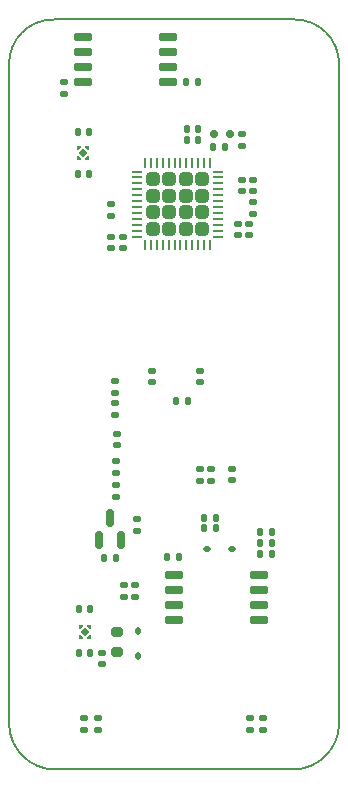
<source format=gbr>
%TF.GenerationSoftware,KiCad,Pcbnew,9.0.2*%
%TF.CreationDate,2025-05-14T22:05:17+05:30*%
%TF.ProjectId,pico2-ice,7069636f-322d-4696-9365-2e6b69636164,REV2*%
%TF.SameCoordinates,Original*%
%TF.FileFunction,Paste,Bot*%
%TF.FilePolarity,Positive*%
%FSLAX46Y46*%
G04 Gerber Fmt 4.6, Leading zero omitted, Abs format (unit mm)*
G04 Created by KiCad (PCBNEW 9.0.2) date 2025-05-14 22:05:17*
%MOMM*%
%LPD*%
G01*
G04 APERTURE LIST*
G04 Aperture macros list*
%AMRoundRect*
0 Rectangle with rounded corners*
0 $1 Rounding radius*
0 $2 $3 $4 $5 $6 $7 $8 $9 X,Y pos of 4 corners*
0 Add a 4 corners polygon primitive as box body*
4,1,4,$2,$3,$4,$5,$6,$7,$8,$9,$2,$3,0*
0 Add four circle primitives for the rounded corners*
1,1,$1+$1,$2,$3*
1,1,$1+$1,$4,$5*
1,1,$1+$1,$6,$7*
1,1,$1+$1,$8,$9*
0 Add four rect primitives between the rounded corners*
20,1,$1+$1,$2,$3,$4,$5,0*
20,1,$1+$1,$4,$5,$6,$7,0*
20,1,$1+$1,$6,$7,$8,$9,0*
20,1,$1+$1,$8,$9,$2,$3,0*%
%AMRotRect*
0 Rectangle, with rotation*
0 The origin of the aperture is its center*
0 $1 length*
0 $2 width*
0 $3 Rotation angle, in degrees counterclockwise*
0 Add horizontal line*
21,1,$1,$2,0,0,$3*%
%AMFreePoly0*
4,1,6,0.130000,-0.115000,-0.020000,-0.275000,-0.130000,-0.275000,-0.130000,0.115000,0.130000,0.115000,0.130000,-0.115000,0.130000,-0.115000,$1*%
%AMFreePoly1*
4,1,6,0.130000,-0.275000,0.020000,-0.275000,-0.130000,-0.115000,-0.130000,0.115000,0.130000,0.115000,0.130000,-0.275000,0.130000,-0.275000,$1*%
G04 Aperture macros list end*
%ADD10RoundRect,0.140000X0.140000X0.170000X-0.140000X0.170000X-0.140000X-0.170000X0.140000X-0.170000X0*%
%ADD11RoundRect,0.135000X0.135000X0.185000X-0.135000X0.185000X-0.135000X-0.185000X0.135000X-0.185000X0*%
%ADD12RoundRect,0.140000X0.170000X-0.140000X0.170000X0.140000X-0.170000X0.140000X-0.170000X-0.140000X0*%
%ADD13RoundRect,0.200000X0.275000X-0.200000X0.275000X0.200000X-0.275000X0.200000X-0.275000X-0.200000X0*%
%ADD14RoundRect,0.140000X-0.170000X0.140000X-0.170000X-0.140000X0.170000X-0.140000X0.170000X0.140000X0*%
%ADD15RoundRect,0.140000X-0.140000X-0.170000X0.140000X-0.170000X0.140000X0.170000X-0.140000X0.170000X0*%
%ADD16RoundRect,0.135000X-0.135000X-0.185000X0.135000X-0.185000X0.135000X0.185000X-0.135000X0.185000X0*%
%ADD17RoundRect,0.150000X-0.650000X-0.150000X0.650000X-0.150000X0.650000X0.150000X-0.650000X0.150000X0*%
%ADD18RoundRect,0.135000X0.185000X-0.135000X0.185000X0.135000X-0.185000X0.135000X-0.185000X-0.135000X0*%
%ADD19RoundRect,0.135000X-0.185000X0.135000X-0.185000X-0.135000X0.185000X-0.135000X0.185000X0.135000X0*%
%ADD20RoundRect,0.150000X0.650000X0.150000X-0.650000X0.150000X-0.650000X-0.150000X0.650000X-0.150000X0*%
%ADD21RoundRect,0.112500X-0.112500X0.187500X-0.112500X-0.187500X0.112500X-0.187500X0.112500X0.187500X0*%
%ADD22RoundRect,0.150000X0.150000X-0.587500X0.150000X0.587500X-0.150000X0.587500X-0.150000X-0.587500X0*%
%ADD23RoundRect,0.112500X0.187500X0.112500X-0.187500X0.112500X-0.187500X-0.112500X0.187500X-0.112500X0*%
%ADD24RoundRect,0.150000X0.150000X0.200000X-0.150000X0.200000X-0.150000X-0.200000X0.150000X-0.200000X0*%
%ADD25RoundRect,0.250000X-0.315000X-0.315000X0.315000X-0.315000X0.315000X0.315000X-0.315000X0.315000X0*%
%ADD26RoundRect,0.062500X-0.375000X-0.062500X0.375000X-0.062500X0.375000X0.062500X-0.375000X0.062500X0*%
%ADD27RoundRect,0.062500X-0.062500X-0.375000X0.062500X-0.375000X0.062500X0.375000X-0.062500X0.375000X0*%
%ADD28FreePoly0,180.000000*%
%ADD29FreePoly1,180.000000*%
%ADD30FreePoly0,0.000000*%
%ADD31FreePoly1,0.000000*%
%ADD32RotRect,0.520000X0.520000X315.000000*%
%ADD33RotRect,0.520000X0.520000X135.000000*%
%TA.AperFunction,Profile*%
%ADD34C,0.127000*%
%TD*%
G04 APERTURE END LIST*
D10*
X65285718Y-124722071D03*
X64325718Y-124722071D03*
D11*
X80708118Y-114485871D03*
X79688118Y-114485871D03*
D12*
X70520718Y-101834071D03*
X70520718Y-100874071D03*
D13*
X67599718Y-124658071D03*
X67599718Y-123008071D03*
D14*
X68031518Y-89545671D03*
X68031518Y-90505671D03*
D15*
X73444318Y-76411271D03*
X74404318Y-76411271D03*
D16*
X74963718Y-114206471D03*
X75983718Y-114206471D03*
D14*
X67066318Y-89545671D03*
X67066318Y-90505671D03*
X67523518Y-106208071D03*
X67523518Y-107168071D03*
X78775718Y-88428071D03*
X78775718Y-89388071D03*
D15*
X66484718Y-116695671D03*
X67444718Y-116695671D03*
X64269718Y-80676071D03*
X65229718Y-80676071D03*
D14*
X77835918Y-88428071D03*
X77835918Y-89388071D03*
X66329718Y-124750071D03*
X66329718Y-125710071D03*
D15*
X64325718Y-121039071D03*
X65285718Y-121039071D03*
D17*
X64710918Y-76411271D03*
X64710918Y-75141271D03*
X64710918Y-73871271D03*
X64710918Y-72601271D03*
X71910918Y-72601271D03*
X71910918Y-73871271D03*
X71910918Y-75141271D03*
X71910918Y-76411271D03*
D18*
X74559318Y-110195271D03*
X74559318Y-109175271D03*
D19*
X64805718Y-130282671D03*
X64805718Y-131302671D03*
D18*
X75524518Y-110195271D03*
X75524518Y-109175271D03*
D16*
X79688118Y-115451071D03*
X80708118Y-115451071D03*
D18*
X69123718Y-119997671D03*
X69123718Y-118977671D03*
D10*
X74421647Y-80388753D03*
X73461647Y-80388753D03*
D19*
X67472718Y-110498071D03*
X67472718Y-111518071D03*
D20*
X79581718Y-118118071D03*
X79581718Y-119388071D03*
X79581718Y-120658071D03*
X79581718Y-121928071D03*
X72381718Y-121928071D03*
X72381718Y-120658071D03*
X72381718Y-119388071D03*
X72381718Y-118118071D03*
D11*
X75983718Y-113292071D03*
X74963718Y-113292071D03*
D12*
X67091718Y-87737071D03*
X67091718Y-86777071D03*
D19*
X63103918Y-76411271D03*
X63103918Y-77431271D03*
X78826518Y-130282671D03*
X78826518Y-131302671D03*
D21*
X69377718Y-122910071D03*
X69377718Y-125010071D03*
D18*
X67421918Y-104607271D03*
X67421918Y-103587271D03*
D14*
X74584718Y-100874071D03*
X74584718Y-101834071D03*
D15*
X72575718Y-103389071D03*
X73535718Y-103389071D03*
D22*
X67940118Y-115220171D03*
X66040118Y-115220171D03*
X66990118Y-113345171D03*
D23*
X77255718Y-115989071D03*
X75155718Y-115989071D03*
D15*
X75727718Y-81912753D03*
X76687718Y-81912753D03*
D19*
X68158518Y-118977671D03*
X68158518Y-119997671D03*
X67472718Y-108489471D03*
X67472718Y-109509471D03*
D12*
X78140718Y-85679671D03*
X78140718Y-84719671D03*
D19*
X67421918Y-101707671D03*
X67421918Y-102727671D03*
D16*
X79688118Y-116416271D03*
X80708118Y-116416271D03*
D14*
X77302518Y-109179871D03*
X77302518Y-110139871D03*
D10*
X72778718Y-116594071D03*
X71818718Y-116594071D03*
D19*
X79893318Y-130282671D03*
X79893318Y-131302671D03*
X79080518Y-86543871D03*
X79080518Y-87563871D03*
D24*
X75738918Y-80820553D03*
X77138918Y-80820553D03*
D25*
X70579718Y-84649071D03*
X70579718Y-86049071D03*
X70579718Y-87449071D03*
X70579718Y-88849071D03*
X71979718Y-84649071D03*
X71979718Y-86049071D03*
X71979718Y-87449071D03*
X71979718Y-88849071D03*
X73379718Y-84649071D03*
X73379718Y-86049071D03*
X73379718Y-87449071D03*
X73379718Y-88849071D03*
X74779718Y-84649071D03*
X74779718Y-86049071D03*
X74779718Y-87449071D03*
X74779718Y-88849071D03*
D26*
X69242218Y-89499071D03*
X69242218Y-88999071D03*
X69242218Y-88499071D03*
X69242218Y-87999071D03*
X69242218Y-87499071D03*
X69242218Y-86999071D03*
X69242218Y-86499071D03*
X69242218Y-85999071D03*
X69242218Y-85499071D03*
X69242218Y-84999071D03*
X69242218Y-84499071D03*
X69242218Y-83999071D03*
D27*
X69929718Y-83311571D03*
X70429718Y-83311571D03*
X70929718Y-83311571D03*
X71429718Y-83311571D03*
X71929718Y-83311571D03*
X72429718Y-83311571D03*
X72929718Y-83311571D03*
X73429718Y-83311571D03*
X73929718Y-83311571D03*
X74429718Y-83311571D03*
X74929718Y-83311571D03*
X75429718Y-83311571D03*
D26*
X76117218Y-83999071D03*
X76117218Y-84499071D03*
X76117218Y-84999071D03*
X76117218Y-85499071D03*
X76117218Y-85999071D03*
X76117218Y-86499071D03*
X76117218Y-86999071D03*
X76117218Y-87499071D03*
X76117218Y-87999071D03*
X76117218Y-88499071D03*
X76117218Y-88999071D03*
X76117218Y-89499071D03*
D27*
X75429718Y-90186571D03*
X74929718Y-90186571D03*
X74429718Y-90186571D03*
X73929718Y-90186571D03*
X73429718Y-90186571D03*
X72929718Y-90186571D03*
X72429718Y-90186571D03*
X71929718Y-90186571D03*
X71429718Y-90186571D03*
X70929718Y-90186571D03*
X70429718Y-90186571D03*
X69929718Y-90186571D03*
D28*
X65003718Y-82916071D03*
D29*
X64353718Y-82916071D03*
D30*
X64353718Y-81946071D03*
D31*
X65003718Y-81946071D03*
D32*
X64678718Y-82431071D03*
D10*
X65229718Y-84232071D03*
X64269718Y-84232071D03*
D14*
X78107247Y-80848553D03*
X78107247Y-81808553D03*
D12*
X79080518Y-85679671D03*
X79080518Y-84719671D03*
D19*
X69276118Y-113417071D03*
X69276118Y-114437071D03*
D30*
X64551718Y-122482071D03*
D31*
X65201718Y-122482071D03*
D28*
X65201718Y-123452071D03*
D29*
X64551718Y-123452071D03*
D33*
X64876718Y-122967071D03*
D19*
X65923318Y-130282671D03*
X65923318Y-131302671D03*
D10*
X74421647Y-81353953D03*
X73461647Y-81353953D03*
D34*
X82550000Y-134620000D02*
X62230000Y-134620000D01*
X86360000Y-74930000D02*
X86360000Y-130810000D01*
X62230000Y-71120000D02*
X82550000Y-71120000D01*
X58420000Y-130810000D02*
X58420000Y-74930000D01*
X62230000Y-134620000D02*
G75*
G02*
X58420000Y-130810000I109500J3919500D01*
G01*
X58420000Y-74930000D02*
G75*
G02*
X62230000Y-71120000I3754300J55700D01*
G01*
X82550000Y-71120000D02*
G75*
G02*
X86360000Y-74930000I55700J-3754300D01*
G01*
X86360000Y-130810000D02*
G75*
G02*
X82550000Y-134620000I-3919500J109500D01*
G01*
M02*

</source>
